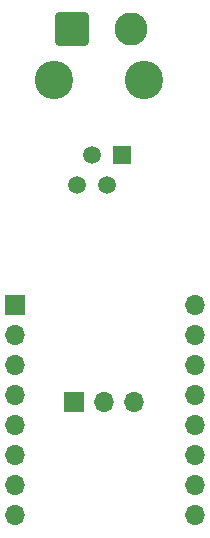
<source format=gbs>
G04 #@! TF.GenerationSoftware,KiCad,Pcbnew,8.0.8*
G04 #@! TF.CreationDate,2025-05-02T07:15:15-04:00*
G04 #@! TF.ProjectId,DevBoard1,44657642-6f61-4726-9431-2e6b69636164,rev?*
G04 #@! TF.SameCoordinates,Original*
G04 #@! TF.FileFunction,Soldermask,Bot*
G04 #@! TF.FilePolarity,Negative*
%FSLAX46Y46*%
G04 Gerber Fmt 4.6, Leading zero omitted, Abs format (unit mm)*
G04 Created by KiCad (PCBNEW 8.0.8) date 2025-05-02 07:15:15*
%MOMM*%
%LPD*%
G01*
G04 APERTURE LIST*
G04 Aperture macros list*
%AMRoundRect*
0 Rectangle with rounded corners*
0 $1 Rounding radius*
0 $2 $3 $4 $5 $6 $7 $8 $9 X,Y pos of 4 corners*
0 Add a 4 corners polygon primitive as box body*
4,1,4,$2,$3,$4,$5,$6,$7,$8,$9,$2,$3,0*
0 Add four circle primitives for the rounded corners*
1,1,$1+$1,$2,$3*
1,1,$1+$1,$4,$5*
1,1,$1+$1,$6,$7*
1,1,$1+$1,$8,$9*
0 Add four rect primitives between the rounded corners*
20,1,$1+$1,$2,$3,$4,$5,0*
20,1,$1+$1,$4,$5,$6,$7,0*
20,1,$1+$1,$6,$7,$8,$9,0*
20,1,$1+$1,$8,$9,$2,$3,0*%
G04 Aperture macros list end*
%ADD10C,3.250000*%
%ADD11R,1.500000X1.500000*%
%ADD12C,1.500000*%
%ADD13RoundRect,0.250001X-1.149999X-1.149999X1.149999X-1.149999X1.149999X1.149999X-1.149999X1.149999X0*%
%ADD14C,2.800000*%
%ADD15R,1.700000X1.700000*%
%ADD16O,1.700000X1.700000*%
G04 APERTURE END LIST*
D10*
X92202000Y-52070000D03*
X99822000Y-52070000D03*
D11*
X97922000Y-58420000D03*
D12*
X96652000Y-60960000D03*
X95382000Y-58420000D03*
X94112000Y-60960000D03*
D13*
X93704400Y-47752000D03*
D14*
X98704400Y-47752000D03*
D15*
X93878400Y-79298800D03*
D16*
X96418400Y-79298800D03*
X98958400Y-79298800D03*
D15*
X88900000Y-71120000D03*
D16*
X88900000Y-73660000D03*
X88900000Y-76200000D03*
X88900000Y-78740000D03*
X88900000Y-81280000D03*
X88900000Y-83820000D03*
X88900000Y-86360000D03*
X88900000Y-88900000D03*
X104140000Y-88900000D03*
X104140000Y-86360000D03*
X104140000Y-83820000D03*
X104140000Y-81280000D03*
X104140000Y-78740000D03*
X104140000Y-76200000D03*
X104140000Y-73660000D03*
X104140000Y-71120000D03*
M02*

</source>
